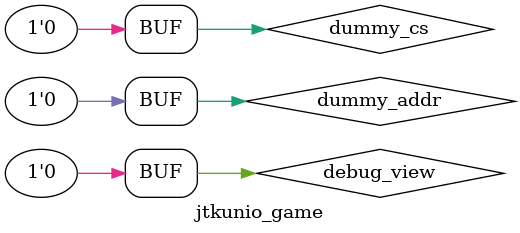
<source format=v>
/*  This file is part of JTKUNIO.
    JTKUNIO program is free software: you can redistribute it and/or modify
    it under the terms of the GNU General Public License as published by
    the Free Software Foundation, either version 3 of the License, or
    ( at your option) any later version.

    JTKUNIO program is distributed in the hope that it will be useful,
    but WITHOUT ANY WARRANTY; without even the implied warranty of
    MERCHANTABILITY or FITNESS FOR A PARTICULAR PURPOSE.  See the
    GNU General Public License for more details.

    You should have received a copy of the GNU General Public License
    along with JTKUNIO.  If not, see <http://www.gnu.org/licenses/>.

    Author: Jose Tejada Gomez. Twitter: @topapate
    Version: 1.0
    Date: 30-7-2022 */

module jtkunio_game(
    `include "jtframe_game_ports.inc" // see $JTFRAME/hdl/inc/jtframe_game_ports.inc
);

// CPU bus
wire [ 7:0] cpu_dout, ram_dout, snd_latch,
            scr_dout, obj_dout, pal_dout;
wire        cpu_rnw, int_n, v8, h8, snd_irq,
            ram_cs, scrram_cs, objram_cs, pal_cs;
wire [12:0] cpu_addr;

// SDRAM
wire [ 9:0] scrpos;
wire        flip;

assign dip_flip   = flip;
assign debug_view = 0;
assign gfx_cs     = ~VS & ~HS;

// temporary hack to get gfx16_en signal correctly generated by `jtframe mem`
assign dummy_cs=0;
assign dummy_addr=0;

jtkunio_main u_main(
    .rst         ( rst24        ),
    .clk         ( clk24        ),
    .cen6        ( cen6         ),
    .cen3        ( cen3         ),
    .cen1p5      ( cen1p5       ),
    .LVBL        ( LVBL         ),
    .v8          ( v8           ),

    .bus_addr    ( cpu_addr     ),
    .cpu_rnw     ( cpu_rnw      ),
    .cpu_dout    ( cpu_dout     ),

    .dip_pause   ( dip_pause    ),
    // video
    .flip        ( flip         ),
    .scrpos      ( scrpos       ),

    .ram_cs      ( ram_cs       ),
    .scrram_cs   ( scrram_cs    ),
    .objram_cs   ( objram_cs    ),
    .pal_cs      ( pal_cs       ),
    .pal_dout    ( pal_dout     ),
    .ram_dout    ( ram_dout     ),
    .scr_dout    ( scr_dout     ),
    .obj_dout    ( obj_dout     ),

    // Sound
    .snd_irq     ( snd_irq      ),
    .snd_latch   ( snd_latch    ),

    .joystick1   ( joystick1[6:0]),
    .joystick2   ( joystick2[6:0]),
    .start       ( cab_1p[1:0]  ),
    .coin        ( coin[1:0]    ),
    .dipsw_a     ( dipsw[ 7:0]  ),
    .dipsw_b     ( dipsw[15:8]  ),
    .service     ( service      ),

    // ROM
    .rom_addr    ( main_addr    ),
    .rom_cs      ( main_cs      ),
    .rom_data    ( main_data    ),
    .rom_ok      ( main_ok      ),
    // MCU ROM
    .mcu_addr    ( mcu_addr     ),
    .mcu_data    ( mcu_data     )
);

jtkunio_sound u_sound(
    .rst        ( rst24         ),
    .clk        ( clk24         ),
    .cen3       ( cen3          ),
    .cen1p5     ( cen1p5        ),
    .h8         ( h8            ),

    .snd_latch  ( snd_latch     ),
    .snd_irq    ( snd_irq       ),

    .rom_addr   ( snd_addr      ),
    .rom_data   ( snd_data      ),
    .rom_cs     ( snd_cs        ),
    .rom_ok     ( snd_ok        ),

    .pcm_addr   ( pcm_addr      ),
    .pcm_data   ( pcm_data      ),
    .pcm_cs     ( pcm_cs        ),
    .pcm_ok     ( pcm_ok        ),

    .pcm        ( pcm           ),
    .fm         ( fm            )
);

jtkunio_video u_video(
    .rst        ( rst           ),
    .clk        ( clk           ),
    .clk_cpu    ( clk           ),

    .pxl2_cen   ( pxl2_cen      ),
    .pxl_cen    ( pxl_cen       ),

    .LHBL       ( LHBL          ),
    .LVBL       ( LVBL          ),
    .HS         ( HS            ),
    .VS         ( VS            ),
    .flip       ( flip          ),
    .h8         ( h8            ),
    .v8         ( v8            ),

    .scrpos     ( scrpos        ),

    .pal_cs     ( pal_cs        ),
    .ram_cs     ( ram_cs        ),
    .scrram_cs  ( scrram_cs     ),
    .objram_cs  ( objram_cs     ),
    .cpu_wrn    ( cpu_rnw       ),
    .cpu_addr   ( cpu_addr      ),
    .cpu_dout   ( cpu_dout      ),

    .ram_dout   ( ram_dout      ),
    .scr_dout   ( scr_dout      ),
    .obj_dout   ( obj_dout      ),
    .pal_dout   ( pal_dout      ),

    .char_addr  ( char_addr     ),
    .char_data  ( char_data     ),
    .char_ok    ( char_ok       ),

    .scr_addr   ( scr_addr      ),
    .scr_data   ( scr_data      ),
    .scr_ok     ( scr_ok        ),

    .obj_addr   ( obj_addr      ),
    .obj_data   ( obj_data      ),
    .obj_cs     ( obj_cs        ),
    .obj_ok     ( obj_ok        ),

    .red        ( red           ),
    .green      ( green         ),
    .blue       ( blue          ),
    .gfx_en     ( gfx_en        ),
    .debug_bus  ( debug_bus     )
);

endmodule

</source>
